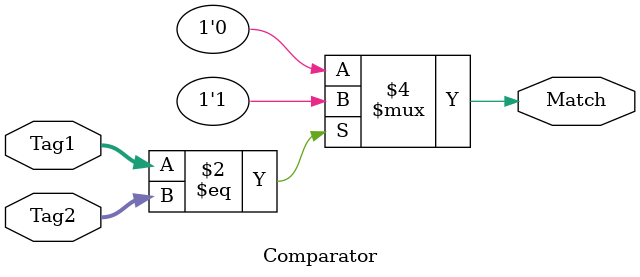
<source format=v>

module Comparator(Tag1,Tag2,Match);


input [5:0] Tag1,Tag2;
output Match;

reg Match;

always @(*) begin
  if(Tag1==Tag2)
    Match=1'b1;
  else 
    Match=1'b0;
end

endmodule 

</source>
